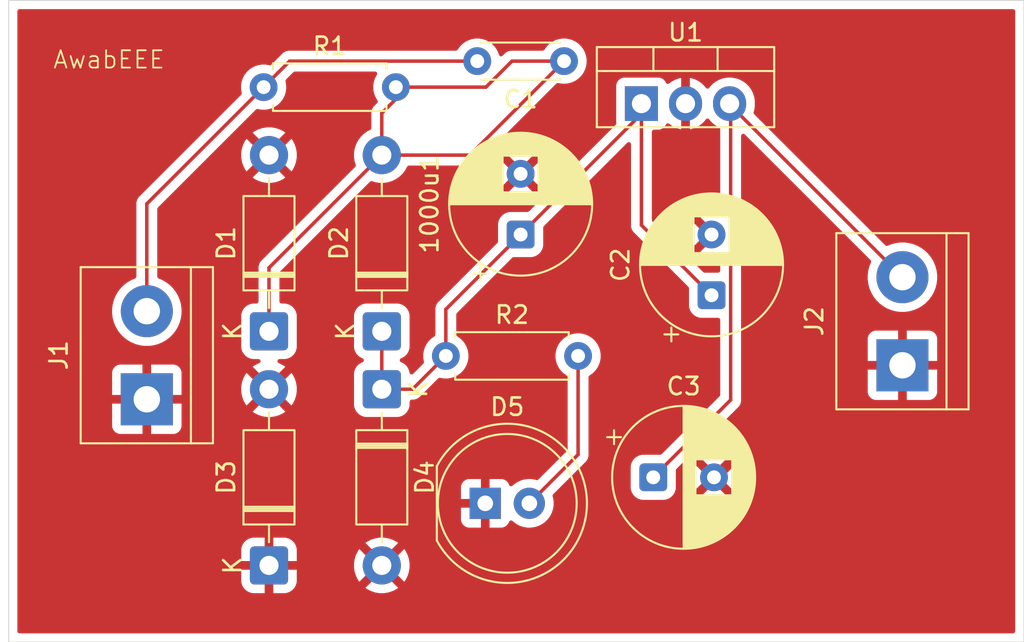
<source format=kicad_pcb>
(kicad_pcb (version 20241229) (generator "pcbnew") (generator_version "9.0")
  (layers (0 "F.Cu" signal) (2 "B.Cu" signal) (13 "F.Paste" user) (15 "B.Paste" user) (5 "F.SilkS" user "F.Silkscreen") (7 "B.SilkS" user "B.Silkscreen") (1 "F.Mask" user) (3 "B.Mask" user) (25 "Edge.Cuts" user))
  (net 0 "")
  (net 1 "input-RegulatorDC")
  (net 2 "GND")
  (net 3 "input-AC")
  (net 4 "AC")
  (net 5 "output-RegulatorDC")
  (net 6 "Net-(D5-A)")
  (footprint "Resistor_THT:R_Axial_DIN0207_L6.3mm_D2.5mm_P7.62mm_Horizontal" (layer "F.Cu") (at 111.69 85.5)
    (property "Reference" "R2" (at 3.81 -2.37 0) (layer "F.SilkS"))
    (property "Value" "2k2")
    (pad "1" thru_hole circle (at 0 0) (size 1.6 1.6) (drill 0.8) (layers "*.Cu" "*.Mask") (net 1 "input-RegulatorDC"))
    (pad "2" thru_hole circle (at 7.62 0) (size 1.6 1.6) (drill 0.8) (layers "*.Cu" "*.Mask") (net 6 "Net-(D5-A)"))
  )
  (footprint "Diode_THT:D_DO-41_SOD81_P10.16mm_Horizontal" (layer "F.Cu") (at 108 87.42 -90)
    (property "Reference" "D4" (at 5.08 -2.47 90) (layer "F.SilkS"))
    (property "Value" "1N4007")
    (fp_text user "K" (at 0 -2.1 90) (layer "F.SilkS"))
    (pad "1" thru_hole roundrect (at 0 0 270) (size 2.2 2.2) (drill 1.1) (layers "*.Cu" "*.Mask") (roundrect_rratio 0.113636) (net 1 "input-RegulatorDC"))
    (pad "2" thru_hole circle (at 10.16 0 270) (size 2.2 2.2) (drill 1.1) (layers "*.Cu" "*.Mask") (net 2 "GND"))
  )
  (footprint "TerminalBlock:TerminalBlock_bornier-2_P5.08mm" (layer "F.Cu") (at 94.46 88 90)
    (property "Reference" "J1" (at 2.54 -5.08 90) (layer "F.SilkS"))
    (property "Value" "Screw_Terminal_01x02" (hide yes))
    (pad "1" thru_hole rect (at 0 0 90) (size 3 3) (drill 1.52) (layers "*.Cu" "*.Mask") (net 2 "GND"))
    (pad "2" thru_hole circle (at 5.08 0 90) (size 3 3) (drill 1.52) (layers "*.Cu" "*.Mask") (net 4 "AC"))
  )
  (footprint "Diode_THT:D_DO-41_SOD81_P10.16mm_Horizontal" (layer "F.Cu") (at 101.5 84.08 90)
    (property "Reference" "D1" (at 5.08 -2.47 90) (layer "F.SilkS"))
    (property "Value" "1N4007")
    (fp_text user "K" (at 0 -2.1 90) (layer "F.SilkS"))
    (pad "1" thru_hole roundrect (at 0 0 90) (size 2.2 2.2) (drill 1.1) (layers "*.Cu" "*.Mask") (roundrect_rratio 0.113636) (net 3 "input-AC"))
    (pad "2" thru_hole circle (at 10.16 0 90) (size 2.2 2.2) (drill 1.1) (layers "*.Cu" "*.Mask") (net 2 "GND"))
  )
  (footprint "Package_TO_SOT_THT:TO-220-3_Vertical" (layer "F.Cu") (at 122.96 70.95)
    (property "Reference" "U1" (at 2.54 -4.1 0) (layer "F.SilkS"))
    (property "Value" "L7805")
    (pad "1" thru_hole rect (at 0 0) (size 1.905 2) (drill 1.1) (layers "*.Cu" "*.Mask") (net 1 "input-RegulatorDC"))
    (pad "2" thru_hole oval (at 2.54 0) (size 1.905 2) (drill 1.1) (layers "*.Cu" "*.Mask") (net 2 "GND"))
    (pad "3" thru_hole oval (at 5.08 0) (size 1.905 2) (drill 1.1) (layers "*.Cu" "*.Mask") (net 5 "output-RegulatorDC"))
  )
  (footprint "TerminalBlock:TerminalBlock_bornier-2_P5.08mm" (layer "F.Cu") (at 138 86.04 90)
    (property "Reference" "J2" (at 2.54 -5.08 90) (layer "F.SilkS"))
    (property "Value" "Screw_Terminal_01x02" (hide yes))
    (pad "1" thru_hole rect (at 0 0 90) (size 3 3) (drill 1.52) (layers "*.Cu" "*.Mask") (net 2 "GND"))
    (pad "2" thru_hole circle (at 5.08 0 90) (size 3 3) (drill 1.52) (layers "*.Cu" "*.Mask") (net 5 "output-RegulatorDC"))
  )
  (footprint "Capacitor_THT:C_Disc_D4.3mm_W1.9mm_P5.00mm" (layer "F.Cu") (at 118.5 68.5 180)
    (property "Reference" "C1" (at 2.5 -2.2 0) (layer "F.SilkS"))
    (property "Value" ".28")
    (pad "1" thru_hole circle (at 0 0 180) (size 1.6 1.6) (drill 0.8) (layers "*.Cu" "*.Mask") (net 3 "input-AC"))
    (pad "2" thru_hole circle (at 5 0 180) (size 1.6 1.6) (drill 0.8) (layers "*.Cu" "*.Mask") (net 4 "AC"))
  )
  (footprint "Capacitor_THT:CP_Radial_D8.0mm_P3.50mm" (layer "F.Cu") (at 116 78.5 90)
    (property "Reference" "1000u1" (at 1.75 -5.25 90) (layer "F.SilkS"))
    (property "Value" "C_Polarized_US")
    (pad "1" thru_hole roundrect (at 0 0 90) (size 1.6 1.6) (drill 0.8) (layers "*.Cu" "*.Mask") (roundrect_rratio 0.15625) (net 1 "input-RegulatorDC"))
    (pad "2" thru_hole circle (at 3.5 0 90) (size 1.6 1.6) (drill 0.8) (layers "*.Cu" "*.Mask") (net 2 "GND"))
  )
  (footprint "Diode_THT:D_DO-41_SOD81_P10.16mm_Horizontal" (layer "F.Cu") (at 101.5 97.58 90)
    (property "Reference" "D3" (at 5.08 -2.47 90) (layer "F.SilkS"))
    (property "Value" "1N4007")
    (fp_text user "K" (at 0 -2.1 90) (layer "F.SilkS"))
    (pad "1" thru_hole roundrect (at 0 0 90) (size 2.2 2.2) (drill 1.1) (layers "*.Cu" "*.Mask") (roundrect_rratio 0.113636) (net 2 "GND"))
    (pad "2" thru_hole circle (at 10.16 0 90) (size 2.2 2.2) (drill 1.1) (layers "*.Cu" "*.Mask") (net 2 "GND"))
  )
  (footprint "Capacitor_THT:CP_Radial_D8.0mm_P3.50mm" (layer "F.Cu") (at 127 82 90)
    (property "Reference" "C2" (at 1.75 -5.25 90) (layer "F.SilkS"))
    (property "Value" "100u")
    (pad "1" thru_hole roundrect (at 0 0 90) (size 1.6 1.6) (drill 0.8) (layers "*.Cu" "*.Mask") (roundrect_rratio 0.15625) (net 1 "input-RegulatorDC"))
    (pad "2" thru_hole circle (at 3.5 0 90) (size 1.6 1.6) (drill 0.8) (layers "*.Cu" "*.Mask") (net 2 "GND"))
  )
  (footprint "Resistor_THT:R_Axial_DIN0207_L6.3mm_D2.5mm_P7.62mm_Horizontal" (layer "F.Cu") (at 101.19 70)
    (property "Reference" "R1" (at 3.81 -2.37 0) (layer "F.SilkS"))
    (property "Value" "1M")
    (pad "1" thru_hole circle (at 0 0) (size 1.6 1.6) (drill 0.8) (layers "*.Cu" "*.Mask") (net 4 "AC"))
    (pad "2" thru_hole circle (at 7.62 0) (size 1.6 1.6) (drill 0.8) (layers "*.Cu" "*.Mask") (net 3 "input-AC"))
  )
  (footprint "LED_THT:LED_D8.0mm" (layer "F.Cu") (at 113.96 94)
    (property "Reference" "D5" (at 1.27 -5.56 0) (layer "F.SilkS"))
    (property "Value" "LED")
    (pad "1" thru_hole rect (at 0 0) (size 1.8 1.8) (drill 0.9) (layers "*.Cu" "*.Mask") (net 2 "GND"))
    (pad "2" thru_hole circle (at 2.54 0) (size 1.8 1.8) (drill 0.9) (layers "*.Cu" "*.Mask") (net 6 "Net-(D5-A)"))
  )
  (footprint "Capacitor_THT:CP_Radial_D8.0mm_P3.50mm" (layer "F.Cu") (at 123.641067 92.5)
    (property "Reference" "C3" (at 1.75 -5.25 0) (layer "F.SilkS"))
    (property "Value" "1000u")
    (pad "1" thru_hole roundrect (at 0 0) (size 1.6 1.6) (drill 0.8) (layers "*.Cu" "*.Mask") (roundrect_rratio 0.15625) (net 5 "output-RegulatorDC"))
    (pad "2" thru_hole circle (at 3.5 0) (size 1.6 1.6) (drill 0.8) (layers "*.Cu" "*.Mask") (net 2 "GND"))
  )
  (footprint "Diode_THT:D_DO-41_SOD81_P10.16mm_Horizontal" (layer "F.Cu") (at 108 84.08 90)
    (property "Reference" "D2" (at 5.08 -2.47 90) (layer "F.SilkS"))
    (property "Value" "1N4007")
    (fp_text user "K" (at 0 -2.1 90) (layer "F.SilkS"))
    (pad "1" thru_hole roundrect (at 0 0 90) (size 2.2 2.2) (drill 1.1) (layers "*.Cu" "*.Mask") (roundrect_rratio 0.113636) (net 1 "input-RegulatorDC"))
    (pad "2" thru_hole circle (at 10.16 0 90) (size 2.2 2.2) (drill 1.1) (layers "*.Cu" "*.Mask") (net 3 "input-AC"))
  )
  (gr_rect (start 86.5 65) (end 145 102) (stroke (width 0.05)) (fill no) (layer "Edge.Cuts"))
  (gr_text "AwabEEE" (at 89 69 0) (layer "F.SilkS") (effects (font (size 1 1) (thickness 0.1)) (justify left bottom)))
  (segment (start 108 87.42) (end 109.77 87.42) (width 0.2) (layer "F.Cu") (net 1))
  (segment (start 109.77 87.42) (end 111.69 85.5) (width 0.2) (layer "F.Cu") (net 1))
  (segment (start 111.69 85.5) (end 111.69 82.81) (width 0.2) (layer "F.Cu") (net 1))
  (segment (start 111.69 82.81) (end 116 78.5) (width 0.2) (layer "F.Cu") (net 1))
  (segment (start 122.96 70.95) (end 122.96 77.96) (width 0.2) (layer "F.Cu") (net 1))
  (segment (start 122.96 71.54) (end 122.96 70.95) (width 0.2) (layer "F.Cu") (net 1))
  (segment (start 108 84.08) (end 108 87.42) (width 0.2) (layer "F.Cu") (net 1))
  (segment (start 122.96 77.96) (end 127 82) (width 0.2) (layer "F.Cu") (net 1))
  (segment (start 116 78.5) (end 122.96 71.54) (width 0.2) (layer "F.Cu") (net 1))
  (segment (start 133.96 86.04) (end 138 86.04) (width 0.2) (layer "F.Cu") (net 2))
  (segment (start 127.5 92.5) (end 133.96 86.04) (width 0.2) (layer "F.Cu") (net 2))
  (segment (start 127.141067 92.5) (end 127.5 92.5) (width 0.2) (layer "F.Cu") (net 2))
  (segment (start 101.5 80.42) (end 101.5 84.08) (width 0.2) (layer "F.Cu") (net 3))
  (segment (start 108.81 70) (end 114 70) (width 0.2) (layer "F.Cu") (net 3))
  (segment (start 108 71.5) (end 108 73.92) (width 0.2) (layer "F.Cu") (net 3))
  (segment (start 113.08 73.92) (end 118.5 68.5) (width 0.2) (layer "F.Cu") (net 3))
  (segment (start 108 73.92) (end 101.5 80.42) (width 0.2) (layer "F.Cu") (net 3))
  (segment (start 115.5 68.5) (end 118.5 68.5) (width 0.2) (layer "F.Cu") (net 3))
  (segment (start 114 70) (end 115.5 68.5) (width 0.2) (layer "F.Cu") (net 3))
  (segment (start 108 73.92) (end 113.08 73.92) (width 0.2) (layer "F.Cu") (net 3))
  (segment (start 108.81 70) (end 108.81 70.69) (width 0.2) (layer "F.Cu") (net 3))
  (segment (start 108.81 70.69) (end 108 71.5) (width 0.2) (layer "F.Cu") (net 3))
  (segment (start 94.46 82.92) (end 94.46 76.73) (width 0.2) (layer "F.Cu") (net 4))
  (segment (start 102.69 68.5) (end 113.5 68.5) (width 0.2) (layer "F.Cu") (net 4))
  (segment (start 101.19 70) (end 102.69 68.5) (width 0.2) (layer "F.Cu") (net 4))
  (segment (start 94.46 76.73) (end 101.19 70) (width 0.2) (layer "F.Cu") (net 4))
  (segment (start 128.101 88.040067) (end 128.101 71.011) (width 0.2) (layer "F.Cu") (net 5))
  (segment (start 128.101 71.011) (end 128.04 70.95) (width 0.2) (layer "F.Cu") (net 5))
  (segment (start 128.04 71) (end 138 80.96) (width 0.2) (layer "F.Cu") (net 5))
  (segment (start 123.641067 92.5) (end 128.101 88.040067) (width 0.2) (layer "F.Cu") (net 5))
  (segment (start 128.04 70.95) (end 128.04 71) (width 0.2) (layer "F.Cu") (net 5))
  (segment (start 119.31 85.5) (end 119.31 91.19) (width 0.2) (layer "F.Cu") (net 6))
  (segment (start 119.31 91.19) (end 116.5 94) (width 0.2) (layer "F.Cu") (net 6))
  (zone (net 2) (net_name "GND") (layer "F.Cu") (connect_pads (clearance 0.5)) (min_thickness 0.25) (fill yes (thermal_gap 0.5) (thermal_bridge_width 0.5))
    (polygon (pts (xy 86.5 65) (xy 86 65) (xy 145 65) (xy 145 102) (xy 86.5 102)))
  )
)
</source>
